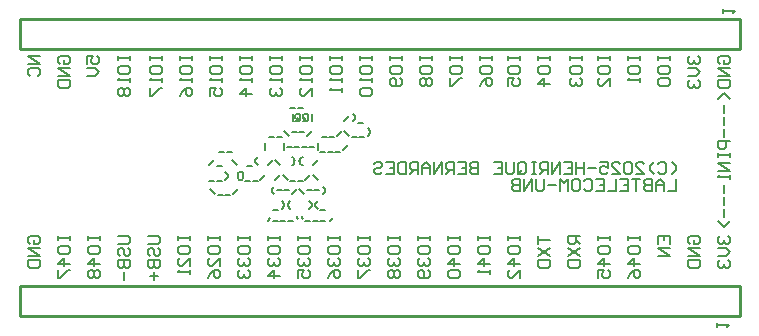
<source format=gbo>
G04*
G04 #@! TF.GenerationSoftware,Altium Limited,Altium Designer,25.8.1 (18)*
G04*
G04 Layer_Color=32896*
%FSLAX25Y25*%
%MOIN*%
G70*
G04*
G04 #@! TF.SameCoordinates,507DAA70-145D-422E-80CD-167F3C6471A6*
G04*
G04*
G04 #@! TF.FilePolarity,Positive*
G04*
G01*
G75*
%ADD11C,0.00600*%
%ADD58C,0.01000*%
%ADD80C,0.00800*%
D11*
X123907Y69945D02*
X122241D01*
X121408D02*
X119742D01*
X143901Y65089D02*
X142235D01*
X140569Y65505D02*
X141402Y66338D01*
Y67172D01*
X140569Y68005D01*
X137653Y65505D02*
X139319Y67172D01*
X126823Y68005D02*
Y65505D01*
X124324Y66338D02*
Y66755D01*
X124740D01*
Y66338D01*
X124324D01*
X123907Y66755D01*
Y67588D01*
X124324Y68005D01*
X125157D01*
X125573Y67588D01*
Y65922D01*
X125157Y65505D01*
X123907D01*
X121825Y66338D02*
Y66755D01*
X122241D01*
Y66338D01*
X121825D01*
X121408Y66755D01*
Y67588D01*
X121825Y68005D01*
X122658D01*
X123074Y67588D01*
Y65922D01*
X122658Y65505D01*
X121408D01*
X120575Y68005D02*
Y65505D01*
X145567Y60650D02*
X146400Y61483D01*
Y62316D01*
X145567Y63149D01*
X144317Y60233D02*
X142651D01*
X141818D02*
X140152D01*
X139319Y60650D02*
X137653Y62316D01*
X135154Y60650D02*
X136820Y62316D01*
X134321Y60233D02*
X132654D01*
X131821D02*
X130155D01*
X125157Y60650D02*
X126823Y62316D01*
X124324Y61900D02*
X122658D01*
X121825D02*
X120159D01*
X119325Y60650D02*
X117659Y62316D01*
X116826Y60233D02*
X115160D01*
X114327D02*
X112661D01*
X137236Y55794D02*
X138902Y57460D01*
X136403Y55378D02*
X134737D01*
X133904D02*
X132238D01*
X131405D02*
X129739D01*
X128906Y58293D02*
Y55794D01*
X127656Y57044D02*
X125990D01*
X125157D02*
X123491D01*
X122658D02*
X120992D01*
X120159D02*
X118492D01*
X117659Y58293D02*
Y55794D01*
X111411Y58293D02*
Y55794D01*
X100165Y55378D02*
X98499D01*
X97666D02*
X96000D01*
X127240Y50939D02*
X128906Y52605D01*
X123907Y53438D02*
X123491D01*
X123074Y53021D01*
Y52605D01*
X122658Y52188D01*
X123074Y51772D01*
Y51355D01*
X123491Y50939D01*
X123907D01*
X120159Y53438D02*
X120575D01*
X120992Y53021D01*
Y52605D01*
X121408Y52188D01*
X120992Y51772D01*
Y51355D01*
X120575Y50939D01*
X120159D01*
X116410D02*
X114744Y52605D01*
X112244Y50939D02*
X113910Y52605D01*
X108912Y50939D02*
X108079Y51772D01*
Y52605D01*
X108912Y53438D01*
X106830Y50522D02*
X105163D01*
X101831Y50939D02*
X100165Y52605D01*
X96833Y50522D02*
X95167D01*
X92667Y50939D02*
X94333Y52605D01*
X128906Y46083D02*
X127240Y47749D01*
X124740Y46083D02*
X126407Y47749D01*
X123907Y45667D02*
X122241D01*
X121408D02*
X119742D01*
X118909Y46083D02*
X117243Y47749D01*
X114744Y46083D02*
X116410Y47749D01*
X109745Y46083D02*
X111411Y47749D01*
X108912Y45667D02*
X107246D01*
X106413D02*
X104747D01*
X102664Y48582D02*
X103497D01*
X103914Y48166D01*
Y46500D01*
X103497Y46083D01*
X102664D01*
X102248Y46500D01*
Y48166D01*
X102664Y48582D01*
X98082Y46083D02*
X98915Y46916D01*
Y47749D01*
X98082Y48582D01*
X96833Y45667D02*
X95167D01*
X94333D02*
X92667D01*
X130572Y41228D02*
X131405Y42061D01*
Y42894D01*
X130572Y43727D01*
X129322Y42477D02*
X127656D01*
X126823D02*
X125157D01*
X124324Y41228D02*
X122658Y42894D01*
X120159Y41228D02*
X121825Y42894D01*
X119325Y42477D02*
X117659D01*
X116826D02*
X115160D01*
X114327Y41228D02*
X113494Y42061D01*
Y42894D01*
X114327Y43727D01*
X100582Y41228D02*
X102248Y42894D01*
X99748Y40811D02*
X98082D01*
X97249D02*
X95583D01*
X94750Y41228D02*
X93084Y42894D01*
X131405Y35956D02*
X129739D01*
X128906Y36372D02*
X128073Y37205D01*
Y38038D01*
X128906Y38871D01*
X125990Y36372D02*
X126823Y37205D01*
Y38038D01*
X125990Y38871D01*
X119742Y36372D02*
X118909Y37205D01*
Y38038D01*
X119742Y38871D01*
X116826Y36372D02*
X117659Y37205D01*
Y38038D01*
X116826Y38871D01*
X115577Y35956D02*
X113910D01*
X133904Y33183D02*
X133071Y32350D01*
X131405D02*
X129739D01*
X128906D02*
X127240D01*
X126407D02*
X124740D01*
X123491Y34016D02*
Y33183D01*
X123907Y32766D01*
X121825Y34016D02*
Y33183D01*
X122241Y32766D01*
X120575Y32350D02*
X118909D01*
X118076D02*
X116410D01*
X115577D02*
X113910D01*
X113077Y33183D02*
X112244Y32350D01*
X266400Y72901D02*
X264401Y74900D01*
X262401Y72901D01*
X264401Y70901D02*
Y68235D01*
Y66903D02*
Y64237D01*
Y62904D02*
Y60238D01*
X266400Y58905D02*
X262401D01*
Y56906D01*
X263068Y56239D01*
X264401D01*
X265067Y56906D01*
Y58905D01*
X262401Y54906D02*
Y53574D01*
Y54240D01*
X266400D01*
Y54906D01*
Y53574D01*
Y51574D02*
X262401D01*
X266400Y48908D01*
X262401D01*
X266400Y47576D02*
Y46243D01*
Y46909D01*
X262401D01*
X263068Y47576D01*
X264401Y44243D02*
Y41577D01*
Y40244D02*
Y37579D01*
Y36246D02*
Y33580D01*
X266400Y32247D02*
X264401Y30248D01*
X262401Y32247D01*
X102401Y27400D02*
Y26067D01*
Y26734D01*
X106400D01*
Y27400D01*
Y26067D01*
X102401Y22068D02*
Y23401D01*
X103068Y24068D01*
X105734D01*
X106400Y23401D01*
Y22068D01*
X105734Y21402D01*
X103068D01*
X102401Y22068D01*
X103068Y20069D02*
X102401Y19403D01*
Y18070D01*
X103068Y17403D01*
X103734D01*
X104401Y18070D01*
Y18736D01*
Y18070D01*
X105067Y17403D01*
X105734D01*
X106400Y18070D01*
Y19403D01*
X105734Y20069D01*
X103068Y16070D02*
X102401Y15404D01*
Y14071D01*
X103068Y13405D01*
X103734D01*
X104401Y14071D01*
Y14737D01*
Y14071D01*
X105067Y13405D01*
X105734D01*
X106400Y14071D01*
Y15404D01*
X105734Y16070D01*
X72401Y27400D02*
X75734D01*
X76400Y26734D01*
Y25401D01*
X75734Y24734D01*
X72401D01*
X73068Y20735D02*
X72401Y21402D01*
Y22735D01*
X73068Y23401D01*
X73734D01*
X74401Y22735D01*
Y21402D01*
X75067Y20735D01*
X75734D01*
X76400Y21402D01*
Y22735D01*
X75734Y23401D01*
X72401Y19403D02*
X76400D01*
Y17403D01*
X75734Y16737D01*
X75067D01*
X74401Y17403D01*
Y19403D01*
Y17403D01*
X73734Y16737D01*
X73068D01*
X72401Y17403D01*
Y19403D01*
X74401Y15404D02*
Y12738D01*
X73068Y14071D02*
X75734D01*
X82401Y27400D02*
Y26067D01*
Y26734D01*
X86400D01*
Y27400D01*
Y26067D01*
X82401Y22068D02*
Y23401D01*
X83068Y24068D01*
X85734D01*
X86400Y23401D01*
Y22068D01*
X85734Y21402D01*
X83068D01*
X82401Y22068D01*
X86400Y17403D02*
Y20069D01*
X83734Y17403D01*
X83068D01*
X82401Y18070D01*
Y19403D01*
X83068Y20069D01*
X86400Y16070D02*
Y14737D01*
Y15404D01*
X82401D01*
X83068Y16070D01*
X92401Y27400D02*
Y26067D01*
Y26734D01*
X96400D01*
Y27400D01*
Y26067D01*
X92401Y22068D02*
Y23401D01*
X93068Y24068D01*
X95734D01*
X96400Y23401D01*
Y22068D01*
X95734Y21402D01*
X93068D01*
X92401Y22068D01*
X96400Y17403D02*
Y20069D01*
X93734Y17403D01*
X93068D01*
X92401Y18070D01*
Y19403D01*
X93068Y20069D01*
X92401Y13405D02*
X93068Y14737D01*
X94401Y16070D01*
X95734D01*
X96400Y15404D01*
Y14071D01*
X95734Y13405D01*
X95067D01*
X94401Y14071D01*
Y16070D01*
X62401Y27400D02*
X65734D01*
X66400Y26734D01*
Y25401D01*
X65734Y24734D01*
X62401D01*
X63068Y20735D02*
X62401Y21402D01*
Y22735D01*
X63068Y23401D01*
X63734D01*
X64401Y22735D01*
Y21402D01*
X65067Y20735D01*
X65734D01*
X66400Y21402D01*
Y22735D01*
X65734Y23401D01*
X62401Y19403D02*
X66400D01*
Y17403D01*
X65734Y16737D01*
X65067D01*
X64401Y17403D01*
Y19403D01*
Y17403D01*
X63734Y16737D01*
X63068D01*
X62401Y17403D01*
Y19403D01*
X64401Y15404D02*
Y12738D01*
X52401Y27400D02*
Y26067D01*
Y26734D01*
X56400D01*
Y27400D01*
Y26067D01*
X52401Y22068D02*
Y23401D01*
X53068Y24068D01*
X55734D01*
X56400Y23401D01*
Y22068D01*
X55734Y21402D01*
X53068D01*
X52401Y22068D01*
X56400Y18070D02*
X52401D01*
X54401Y20069D01*
Y17403D01*
X53068Y16070D02*
X52401Y15404D01*
Y14071D01*
X53068Y13405D01*
X53734D01*
X54401Y14071D01*
X55067Y13405D01*
X55734D01*
X56400Y14071D01*
Y15404D01*
X55734Y16070D01*
X55067D01*
X54401Y15404D01*
X53734Y16070D01*
X53068D01*
X54401Y15404D02*
Y14071D01*
X42401Y27400D02*
Y26067D01*
Y26734D01*
X46400D01*
Y27400D01*
Y26067D01*
X42401Y22068D02*
Y23401D01*
X43068Y24068D01*
X45734D01*
X46400Y23401D01*
Y22068D01*
X45734Y21402D01*
X43068D01*
X42401Y22068D01*
X46400Y18070D02*
X42401D01*
X44401Y20069D01*
Y17403D01*
X42401Y16070D02*
Y13405D01*
X43068D01*
X45734Y16070D01*
X46400D01*
X33068Y24734D02*
X32401Y25401D01*
Y26734D01*
X33068Y27400D01*
X35734D01*
X36400Y26734D01*
Y25401D01*
X35734Y24734D01*
X34401D01*
Y26067D01*
X36400Y23401D02*
X32401D01*
X36400Y20735D01*
X32401D01*
Y19403D02*
X36400D01*
Y17403D01*
X35734Y16737D01*
X33068D01*
X32401Y17403D01*
Y19403D01*
X152401Y27400D02*
Y26067D01*
Y26734D01*
X156400D01*
Y27400D01*
Y26067D01*
X152401Y22068D02*
Y23401D01*
X153068Y24068D01*
X155734D01*
X156400Y23401D01*
Y22068D01*
X155734Y21402D01*
X153068D01*
X152401Y22068D01*
X153068Y20069D02*
X152401Y19403D01*
Y18070D01*
X153068Y17403D01*
X153734D01*
X154401Y18070D01*
Y18736D01*
Y18070D01*
X155067Y17403D01*
X155734D01*
X156400Y18070D01*
Y19403D01*
X155734Y20069D01*
X153068Y16070D02*
X152401Y15404D01*
Y14071D01*
X153068Y13405D01*
X153734D01*
X154401Y14071D01*
X155067Y13405D01*
X155734D01*
X156400Y14071D01*
Y15404D01*
X155734Y16070D01*
X155067D01*
X154401Y15404D01*
X153734Y16070D01*
X153068D01*
X154401Y15404D02*
Y14071D01*
X162401Y27400D02*
Y26067D01*
Y26734D01*
X166400D01*
Y27400D01*
Y26067D01*
X162401Y22068D02*
Y23401D01*
X163068Y24068D01*
X165734D01*
X166400Y23401D01*
Y22068D01*
X165734Y21402D01*
X163068D01*
X162401Y22068D01*
X163068Y20069D02*
X162401Y19403D01*
Y18070D01*
X163068Y17403D01*
X163734D01*
X164401Y18070D01*
Y18736D01*
Y18070D01*
X165067Y17403D01*
X165734D01*
X166400Y18070D01*
Y19403D01*
X165734Y20069D01*
Y16070D02*
X166400Y15404D01*
Y14071D01*
X165734Y13405D01*
X163068D01*
X162401Y14071D01*
Y15404D01*
X163068Y16070D01*
X163734D01*
X164401Y15404D01*
Y13405D01*
X172401Y27400D02*
Y26067D01*
Y26734D01*
X176400D01*
Y27400D01*
Y26067D01*
X172401Y22068D02*
Y23401D01*
X173068Y24068D01*
X175733D01*
X176400Y23401D01*
Y22068D01*
X175733Y21402D01*
X173068D01*
X172401Y22068D01*
X176400Y18070D02*
X172401D01*
X174401Y20069D01*
Y17403D01*
X173068Y16070D02*
X172401Y15404D01*
Y14071D01*
X173068Y13405D01*
X175733D01*
X176400Y14071D01*
Y15404D01*
X175733Y16070D01*
X173068D01*
X182401Y27400D02*
Y26067D01*
Y26734D01*
X186400D01*
Y27400D01*
Y26067D01*
X182401Y22068D02*
Y23401D01*
X183068Y24068D01*
X185733D01*
X186400Y23401D01*
Y22068D01*
X185733Y21402D01*
X183068D01*
X182401Y22068D01*
X186400Y18070D02*
X182401D01*
X184401Y20069D01*
Y17403D01*
X186400Y16070D02*
Y14737D01*
Y15404D01*
X182401D01*
X183068Y16070D01*
X142401Y27400D02*
Y26067D01*
Y26734D01*
X146400D01*
Y27400D01*
Y26067D01*
X142401Y22068D02*
Y23401D01*
X143068Y24068D01*
X145733D01*
X146400Y23401D01*
Y22068D01*
X145733Y21402D01*
X143068D01*
X142401Y22068D01*
X143068Y20069D02*
X142401Y19403D01*
Y18070D01*
X143068Y17403D01*
X143734D01*
X144401Y18070D01*
Y18736D01*
Y18070D01*
X145067Y17403D01*
X145733D01*
X146400Y18070D01*
Y19403D01*
X145733Y20069D01*
X142401Y16070D02*
Y13405D01*
X143068D01*
X145733Y16070D01*
X146400D01*
X132401Y27400D02*
Y26067D01*
Y26734D01*
X136400D01*
Y27400D01*
Y26067D01*
X132401Y22068D02*
Y23401D01*
X133068Y24068D01*
X135733D01*
X136400Y23401D01*
Y22068D01*
X135733Y21402D01*
X133068D01*
X132401Y22068D01*
X133068Y20069D02*
X132401Y19403D01*
Y18070D01*
X133068Y17403D01*
X133734D01*
X134401Y18070D01*
Y18736D01*
Y18070D01*
X135067Y17403D01*
X135733D01*
X136400Y18070D01*
Y19403D01*
X135733Y20069D01*
X132401Y13405D02*
X133068Y14737D01*
X134401Y16070D01*
X135733D01*
X136400Y15404D01*
Y14071D01*
X135733Y13405D01*
X135067D01*
X134401Y14071D01*
Y16070D01*
X122401Y27400D02*
Y26067D01*
Y26734D01*
X126400D01*
Y27400D01*
Y26067D01*
X122401Y22068D02*
Y23401D01*
X123068Y24068D01*
X125733D01*
X126400Y23401D01*
Y22068D01*
X125733Y21402D01*
X123068D01*
X122401Y22068D01*
X123068Y20069D02*
X122401Y19403D01*
Y18070D01*
X123068Y17403D01*
X123734D01*
X124401Y18070D01*
Y18736D01*
Y18070D01*
X125067Y17403D01*
X125733D01*
X126400Y18070D01*
Y19403D01*
X125733Y20069D01*
X122401Y13405D02*
Y16070D01*
X124401D01*
X123734Y14737D01*
Y14071D01*
X124401Y13405D01*
X125733D01*
X126400Y14071D01*
Y15404D01*
X125733Y16070D01*
X112401Y27400D02*
Y26067D01*
Y26734D01*
X116400D01*
Y27400D01*
Y26067D01*
X112401Y22068D02*
Y23401D01*
X113068Y24068D01*
X115734D01*
X116400Y23401D01*
Y22068D01*
X115734Y21402D01*
X113068D01*
X112401Y22068D01*
X113068Y20069D02*
X112401Y19403D01*
Y18070D01*
X113068Y17403D01*
X113734D01*
X114401Y18070D01*
Y18736D01*
Y18070D01*
X115067Y17403D01*
X115734D01*
X116400Y18070D01*
Y19403D01*
X115734Y20069D01*
X116400Y14071D02*
X112401D01*
X114401Y16070D01*
Y13405D01*
X192401Y27400D02*
Y26067D01*
Y26734D01*
X196400D01*
Y27400D01*
Y26067D01*
X192401Y22068D02*
Y23401D01*
X193068Y24068D01*
X195733D01*
X196400Y23401D01*
Y22068D01*
X195733Y21402D01*
X193068D01*
X192401Y22068D01*
X196400Y18070D02*
X192401D01*
X194401Y20069D01*
Y17403D01*
X196400Y13405D02*
Y16070D01*
X193734Y13405D01*
X193068D01*
X192401Y14071D01*
Y15404D01*
X193068Y16070D01*
X202401Y27400D02*
Y24734D01*
Y26067D01*
X206400D01*
X202401Y23401D02*
X206400Y20735D01*
X202401D02*
X206400Y23401D01*
X202401Y19403D02*
X206400D01*
Y17403D01*
X205734Y16737D01*
X203068D01*
X202401Y17403D01*
Y19403D01*
X216400Y27400D02*
X212401D01*
Y25401D01*
X213068Y24734D01*
X214401D01*
X215067Y25401D01*
Y27400D01*
Y26067D02*
X216400Y24734D01*
X212401Y23401D02*
X216400Y20735D01*
X212401D02*
X216400Y23401D01*
X212401Y19403D02*
X216400D01*
Y17403D01*
X215734Y16737D01*
X213068D01*
X212401Y17403D01*
Y19403D01*
X222401Y27400D02*
Y26067D01*
Y26734D01*
X226400D01*
Y27400D01*
Y26067D01*
X222401Y22068D02*
Y23401D01*
X223068Y24068D01*
X225734D01*
X226400Y23401D01*
Y22068D01*
X225734Y21402D01*
X223068D01*
X222401Y22068D01*
X226400Y18070D02*
X222401D01*
X224401Y20069D01*
Y17403D01*
X222401Y13405D02*
Y16070D01*
X224401D01*
X223734Y14737D01*
Y14071D01*
X224401Y13405D01*
X225734D01*
X226400Y14071D01*
Y15404D01*
X225734Y16070D01*
X263068Y27400D02*
X262401Y26734D01*
Y25401D01*
X263068Y24734D01*
X263734D01*
X264401Y25401D01*
Y26067D01*
Y25401D01*
X265067Y24734D01*
X265734D01*
X266400Y25401D01*
Y26734D01*
X265734Y27400D01*
X262401Y23401D02*
X265067D01*
X266400Y22068D01*
X265067Y20735D01*
X262401D01*
X263068Y19403D02*
X262401Y18736D01*
Y17403D01*
X263068Y16737D01*
X263734D01*
X264401Y17403D01*
Y18070D01*
Y17403D01*
X265067Y16737D01*
X265734D01*
X266400Y17403D01*
Y18736D01*
X265734Y19403D01*
X253068Y24734D02*
X252401Y25401D01*
Y26734D01*
X253068Y27400D01*
X255734D01*
X256400Y26734D01*
Y25401D01*
X255734Y24734D01*
X254401D01*
Y26067D01*
X256400Y23401D02*
X252401D01*
X256400Y20735D01*
X252401D01*
Y19403D02*
X256400D01*
Y17403D01*
X255734Y16737D01*
X253068D01*
X252401Y17403D01*
Y19403D01*
X242401Y24734D02*
Y27400D01*
X246400D01*
Y24734D01*
X244401Y27400D02*
Y26067D01*
X246400Y23401D02*
X242401D01*
X246400Y20735D01*
X242401D01*
X232401Y27400D02*
Y26067D01*
Y26734D01*
X236400D01*
Y27400D01*
Y26067D01*
X232401Y22068D02*
Y23401D01*
X233068Y24068D01*
X235734D01*
X236400Y23401D01*
Y22068D01*
X235734Y21402D01*
X233068D01*
X232401Y22068D01*
X236400Y18070D02*
X232401D01*
X234401Y20069D01*
Y17403D01*
X232401Y13405D02*
X233068Y14737D01*
X234401Y16070D01*
X235734D01*
X236400Y15404D01*
Y14071D01*
X235734Y13405D01*
X235067D01*
X234401Y14071D01*
Y16070D01*
X36400Y87400D02*
X32401D01*
X36400Y84734D01*
X32401D01*
X33068Y80735D02*
X32401Y81402D01*
Y82735D01*
X33068Y83401D01*
X35734D01*
X36400Y82735D01*
Y81402D01*
X35734Y80735D01*
X43068Y84734D02*
X42401Y85401D01*
Y86734D01*
X43068Y87400D01*
X45733D01*
X46400Y86734D01*
Y85401D01*
X45733Y84734D01*
X44401D01*
Y86067D01*
X46400Y83401D02*
X42401D01*
X46400Y80735D01*
X42401D01*
Y79403D02*
X46400D01*
Y77403D01*
X45733Y76737D01*
X43068D01*
X42401Y77403D01*
Y79403D01*
X51944Y84734D02*
Y87400D01*
X53943D01*
X53277Y86067D01*
Y85401D01*
X53943Y84734D01*
X55276D01*
X55943Y85401D01*
Y86734D01*
X55276Y87400D01*
X51944Y83401D02*
X54610D01*
X55943Y82068D01*
X54610Y80735D01*
X51944D01*
X62401Y87400D02*
Y86067D01*
Y86734D01*
X66400D01*
Y87400D01*
Y86067D01*
X62401Y82068D02*
Y83401D01*
X63068Y84068D01*
X65734D01*
X66400Y83401D01*
Y82068D01*
X65734Y81402D01*
X63068D01*
X62401Y82068D01*
X66400Y80069D02*
Y78736D01*
Y79403D01*
X62401D01*
X63068Y80069D01*
Y76737D02*
X62401Y76070D01*
Y74737D01*
X63068Y74071D01*
X63734D01*
X64401Y74737D01*
X65067Y74071D01*
X65734D01*
X66400Y74737D01*
Y76070D01*
X65734Y76737D01*
X65067D01*
X64401Y76070D01*
X63734Y76737D01*
X63068D01*
X64401Y76070D02*
Y74737D01*
X112901Y87400D02*
Y86067D01*
Y86734D01*
X116900D01*
Y87400D01*
Y86067D01*
X112901Y82068D02*
Y83401D01*
X113568Y84068D01*
X116234D01*
X116900Y83401D01*
Y82068D01*
X116234Y81402D01*
X113568D01*
X112901Y82068D01*
X116900Y80069D02*
Y78736D01*
Y79403D01*
X112901D01*
X113568Y80069D01*
Y76737D02*
X112901Y76070D01*
Y74737D01*
X113568Y74071D01*
X114234D01*
X114901Y74737D01*
Y75404D01*
Y74737D01*
X115567Y74071D01*
X116234D01*
X116900Y74737D01*
Y76070D01*
X116234Y76737D01*
X102901Y87400D02*
Y86067D01*
Y86734D01*
X106900D01*
Y87400D01*
Y86067D01*
X102901Y82068D02*
Y83401D01*
X103568Y84068D01*
X106234D01*
X106900Y83401D01*
Y82068D01*
X106234Y81402D01*
X103568D01*
X102901Y82068D01*
X106900Y80069D02*
Y78736D01*
Y79403D01*
X102901D01*
X103568Y80069D01*
X106900Y74737D02*
X102901D01*
X104901Y76737D01*
Y74071D01*
X92901Y87400D02*
Y86067D01*
Y86734D01*
X96900D01*
Y87400D01*
Y86067D01*
X92901Y82068D02*
Y83401D01*
X93568Y84068D01*
X96234D01*
X96900Y83401D01*
Y82068D01*
X96234Y81402D01*
X93568D01*
X92901Y82068D01*
X96900Y80069D02*
Y78736D01*
Y79403D01*
X92901D01*
X93568Y80069D01*
X92901Y74071D02*
Y76737D01*
X94901D01*
X94234Y75404D01*
Y74737D01*
X94901Y74071D01*
X96234D01*
X96900Y74737D01*
Y76070D01*
X96234Y76737D01*
X82901Y87400D02*
Y86067D01*
Y86734D01*
X86900D01*
Y87400D01*
Y86067D01*
X82901Y82068D02*
Y83401D01*
X83568Y84068D01*
X86234D01*
X86900Y83401D01*
Y82068D01*
X86234Y81402D01*
X83568D01*
X82901Y82068D01*
X86900Y80069D02*
Y78736D01*
Y79403D01*
X82901D01*
X83568Y80069D01*
X82901Y74071D02*
X83568Y75404D01*
X84901Y76737D01*
X86234D01*
X86900Y76070D01*
Y74737D01*
X86234Y74071D01*
X85567D01*
X84901Y74737D01*
Y76737D01*
X72901Y87400D02*
Y86067D01*
Y86734D01*
X76900D01*
Y87400D01*
Y86067D01*
X72901Y82068D02*
Y83401D01*
X73568Y84068D01*
X76234D01*
X76900Y83401D01*
Y82068D01*
X76234Y81402D01*
X73568D01*
X72901Y82068D01*
X76900Y80069D02*
Y78736D01*
Y79403D01*
X72901D01*
X73568Y80069D01*
X72901Y76737D02*
Y74071D01*
X73568D01*
X76234Y76737D01*
X76900D01*
X162901Y87400D02*
Y86067D01*
Y86734D01*
X166900D01*
Y87400D01*
Y86067D01*
X162901Y82068D02*
Y83401D01*
X163568Y84068D01*
X166234D01*
X166900Y83401D01*
Y82068D01*
X166234Y81402D01*
X163568D01*
X162901Y82068D01*
X163568Y80069D02*
X162901Y79403D01*
Y78070D01*
X163568Y77403D01*
X164234D01*
X164901Y78070D01*
X165567Y77403D01*
X166234D01*
X166900Y78070D01*
Y79403D01*
X166234Y80069D01*
X165567D01*
X164901Y79403D01*
X164234Y80069D01*
X163568D01*
X164901Y79403D02*
Y78070D01*
X152901Y87400D02*
Y86067D01*
Y86734D01*
X156900D01*
Y87400D01*
Y86067D01*
X152901Y82068D02*
Y83401D01*
X153568Y84068D01*
X156234D01*
X156900Y83401D01*
Y82068D01*
X156234Y81402D01*
X153568D01*
X152901Y82068D01*
X156234Y80069D02*
X156900Y79403D01*
Y78070D01*
X156234Y77403D01*
X153568D01*
X152901Y78070D01*
Y79403D01*
X153568Y80069D01*
X154234D01*
X154901Y79403D01*
Y77403D01*
X142901Y87400D02*
Y86067D01*
Y86734D01*
X146900D01*
Y87400D01*
Y86067D01*
X142901Y82068D02*
Y83401D01*
X143568Y84068D01*
X146233D01*
X146900Y83401D01*
Y82068D01*
X146233Y81402D01*
X143568D01*
X142901Y82068D01*
X146900Y80069D02*
Y78736D01*
Y79403D01*
X142901D01*
X143568Y80069D01*
Y76737D02*
X142901Y76070D01*
Y74737D01*
X143568Y74071D01*
X146233D01*
X146900Y74737D01*
Y76070D01*
X146233Y76737D01*
X143568D01*
X132901Y87400D02*
Y86067D01*
Y86734D01*
X136900D01*
Y87400D01*
Y86067D01*
X132901Y82068D02*
Y83401D01*
X133568Y84068D01*
X136233D01*
X136900Y83401D01*
Y82068D01*
X136233Y81402D01*
X133568D01*
X132901Y82068D01*
X136900Y80069D02*
Y78736D01*
Y79403D01*
X132901D01*
X133568Y80069D01*
X136900Y76737D02*
Y75404D01*
Y76070D01*
X132901D01*
X133568Y76737D01*
X122901Y87400D02*
Y86067D01*
Y86734D01*
X126900D01*
Y87400D01*
Y86067D01*
X122901Y82068D02*
Y83401D01*
X123568Y84068D01*
X126233D01*
X126900Y83401D01*
Y82068D01*
X126233Y81402D01*
X123568D01*
X122901Y82068D01*
X126900Y80069D02*
Y78736D01*
Y79403D01*
X122901D01*
X123568Y80069D01*
X126900Y74071D02*
Y76737D01*
X124234Y74071D01*
X123568D01*
X122901Y74737D01*
Y76070D01*
X123568Y76737D01*
X212901Y87400D02*
Y86067D01*
Y86734D01*
X216900D01*
Y87400D01*
Y86067D01*
X212901Y82068D02*
Y83401D01*
X213568Y84068D01*
X216234D01*
X216900Y83401D01*
Y82068D01*
X216234Y81402D01*
X213568D01*
X212901Y82068D01*
X213568Y80069D02*
X212901Y79403D01*
Y78070D01*
X213568Y77403D01*
X214234D01*
X214901Y78070D01*
Y78736D01*
Y78070D01*
X215567Y77403D01*
X216234D01*
X216900Y78070D01*
Y79403D01*
X216234Y80069D01*
X202401Y87400D02*
Y86067D01*
Y86734D01*
X206400D01*
Y87400D01*
Y86067D01*
X202401Y82068D02*
Y83401D01*
X203068Y84068D01*
X205734D01*
X206400Y83401D01*
Y82068D01*
X205734Y81402D01*
X203068D01*
X202401Y82068D01*
X206400Y78070D02*
X202401D01*
X204401Y80069D01*
Y77403D01*
X192401Y87400D02*
Y86067D01*
Y86734D01*
X196400D01*
Y87400D01*
Y86067D01*
X192401Y82068D02*
Y83401D01*
X193068Y84068D01*
X195733D01*
X196400Y83401D01*
Y82068D01*
X195733Y81402D01*
X193068D01*
X192401Y82068D01*
Y77403D02*
Y80069D01*
X194401D01*
X193734Y78736D01*
Y78070D01*
X194401Y77403D01*
X195733D01*
X196400Y78070D01*
Y79403D01*
X195733Y80069D01*
X182901Y87400D02*
Y86067D01*
Y86734D01*
X186900D01*
Y87400D01*
Y86067D01*
X182901Y82068D02*
Y83401D01*
X183568Y84068D01*
X186233D01*
X186900Y83401D01*
Y82068D01*
X186233Y81402D01*
X183568D01*
X182901Y82068D01*
Y77403D02*
X183568Y78736D01*
X184901Y80069D01*
X186233D01*
X186900Y79403D01*
Y78070D01*
X186233Y77403D01*
X185567D01*
X184901Y78070D01*
Y80069D01*
X172901Y87400D02*
Y86067D01*
Y86734D01*
X176900D01*
Y87400D01*
Y86067D01*
X172901Y82068D02*
Y83401D01*
X173568Y84068D01*
X176233D01*
X176900Y83401D01*
Y82068D01*
X176233Y81402D01*
X173568D01*
X172901Y82068D01*
Y80069D02*
Y77403D01*
X173568D01*
X176233Y80069D01*
X176900D01*
X222401Y87400D02*
Y86067D01*
Y86734D01*
X226400D01*
Y87400D01*
Y86067D01*
X222401Y82068D02*
Y83401D01*
X223068Y84068D01*
X225734D01*
X226400Y83401D01*
Y82068D01*
X225734Y81402D01*
X223068D01*
X222401Y82068D01*
X226400Y77403D02*
Y80069D01*
X223734Y77403D01*
X223068D01*
X222401Y78070D01*
Y79403D01*
X223068Y80069D01*
X232401Y87400D02*
Y86067D01*
Y86734D01*
X236400D01*
Y87400D01*
Y86067D01*
X232401Y82068D02*
Y83401D01*
X233068Y84068D01*
X235734D01*
X236400Y83401D01*
Y82068D01*
X235734Y81402D01*
X233068D01*
X232401Y82068D01*
X236400Y80069D02*
Y78736D01*
Y79403D01*
X232401D01*
X233068Y80069D01*
X242401Y87400D02*
Y86067D01*
Y86734D01*
X246400D01*
Y87400D01*
Y86067D01*
X242401Y82068D02*
Y83401D01*
X243068Y84068D01*
X245734D01*
X246400Y83401D01*
Y82068D01*
X245734Y81402D01*
X243068D01*
X242401Y82068D01*
X243068Y80069D02*
X242401Y79403D01*
Y78070D01*
X243068Y77403D01*
X245734D01*
X246400Y78070D01*
Y79403D01*
X245734Y80069D01*
X243068D01*
X253068Y87400D02*
X252401Y86734D01*
Y85401D01*
X253068Y84734D01*
X253734D01*
X254401Y85401D01*
Y86067D01*
Y85401D01*
X255067Y84734D01*
X255734D01*
X256400Y85401D01*
Y86734D01*
X255734Y87400D01*
X252401Y83401D02*
X255067D01*
X256400Y82068D01*
X255067Y80735D01*
X252401D01*
X253068Y79403D02*
X252401Y78736D01*
Y77403D01*
X253068Y76737D01*
X253734D01*
X254401Y77403D01*
Y78070D01*
Y77403D01*
X255067Y76737D01*
X255734D01*
X256400Y77403D01*
Y78736D01*
X255734Y79403D01*
X263068Y84734D02*
X262401Y85401D01*
Y86734D01*
X263068Y87400D01*
X265734D01*
X266400Y86734D01*
Y85401D01*
X265734Y84734D01*
X264401D01*
Y86067D01*
X266400Y83401D02*
X262401D01*
X266400Y80735D01*
X262401D01*
Y79403D02*
X266400D01*
Y77403D01*
X265734Y76737D01*
X263068D01*
X262401Y77403D01*
Y79403D01*
X262000Y-3100D02*
Y-1767D01*
Y-2434D01*
X265999D01*
X265332Y-3100D01*
X264100Y101600D02*
Y102933D01*
Y102266D01*
X268099D01*
X267432Y101600D01*
D58*
X269500Y500D02*
Y10500D01*
X29500D02*
X269500D01*
X29500Y500D02*
Y10500D01*
Y500D02*
X269500D01*
Y89500D02*
Y99500D01*
X29500D02*
X269500D01*
X29500Y89500D02*
Y99500D01*
Y89500D02*
X269500D01*
D80*
X246867Y47800D02*
X248200Y49133D01*
Y50466D01*
X246867Y51799D01*
X242202Y51132D02*
X242868Y51799D01*
X244201D01*
X244868Y51132D01*
Y48466D01*
X244201Y47800D01*
X242868D01*
X242202Y48466D01*
X240869Y47800D02*
X239536Y49133D01*
Y50466D01*
X240869Y51799D01*
X234871Y47800D02*
X237537D01*
X234871Y50466D01*
Y51132D01*
X235537Y51799D01*
X236870D01*
X237537Y51132D01*
X233538D02*
X232872Y51799D01*
X231539D01*
X230872Y51132D01*
Y48466D01*
X231539Y47800D01*
X232872D01*
X233538Y48466D01*
Y51132D01*
X226873Y47800D02*
X229539D01*
X226873Y50466D01*
Y51132D01*
X227540Y51799D01*
X228873D01*
X229539Y51132D01*
X222875Y51799D02*
X225541D01*
Y49799D01*
X224208Y50466D01*
X223541D01*
X222875Y49799D01*
Y48466D01*
X223541Y47800D01*
X224874D01*
X225541Y48466D01*
X221542Y49799D02*
X218876D01*
X217543Y51799D02*
Y47800D01*
Y49799D01*
X214877D01*
Y51799D01*
Y47800D01*
X210879Y51799D02*
X213545D01*
Y47800D01*
X210879D01*
X213545Y49799D02*
X212212D01*
X209546Y47800D02*
Y51799D01*
X206880Y47800D01*
Y51799D01*
X205547Y47800D02*
Y51799D01*
X203548D01*
X202881Y51132D01*
Y49799D01*
X203548Y49133D01*
X205547D01*
X204214D02*
X202881Y47800D01*
X201548Y51799D02*
X200216D01*
X200882D01*
Y47800D01*
X201548D01*
X200216D01*
X195550Y48466D02*
Y51132D01*
X196217Y51799D01*
X197550D01*
X198216Y51132D01*
Y48466D01*
X197550Y47800D01*
X196217D01*
X196883Y49133D02*
X195550Y47800D01*
X196217D02*
X195550Y48466D01*
X194217Y51799D02*
Y48466D01*
X193551Y47800D01*
X192218D01*
X191552Y48466D01*
Y51799D01*
X187553D02*
X190219D01*
Y47800D01*
X187553D01*
X190219Y49799D02*
X188886D01*
X182221Y51799D02*
Y47800D01*
X180222D01*
X179555Y48466D01*
Y49133D01*
X180222Y49799D01*
X182221D01*
X180222D01*
X179555Y50466D01*
Y51132D01*
X180222Y51799D01*
X182221D01*
X175557D02*
X178223D01*
Y47800D01*
X175557D01*
X178223Y49799D02*
X176890D01*
X174224Y47800D02*
Y51799D01*
X172224D01*
X171558Y51132D01*
Y49799D01*
X172224Y49133D01*
X174224D01*
X172891D02*
X171558Y47800D01*
X170225D02*
Y51799D01*
X167559Y47800D01*
Y51799D01*
X166226Y47800D02*
Y50466D01*
X164893Y51799D01*
X163561Y50466D01*
Y47800D01*
Y49799D01*
X166226D01*
X162228Y47800D02*
Y51799D01*
X160228D01*
X159562Y51132D01*
Y49799D01*
X160228Y49133D01*
X162228D01*
X160895D02*
X159562Y47800D01*
X158229Y51799D02*
Y47800D01*
X156230D01*
X155563Y48466D01*
Y51132D01*
X156230Y51799D01*
X158229D01*
X151565D02*
X154230D01*
Y47800D01*
X151565D01*
X154230Y49799D02*
X152897D01*
X147566Y51132D02*
X148232Y51799D01*
X149565D01*
X150232Y51132D01*
Y50466D01*
X149565Y49799D01*
X148232D01*
X147566Y49133D01*
Y48466D01*
X148232Y47800D01*
X149565D01*
X150232Y48466D01*
X248200Y46299D02*
Y42300D01*
X245534D01*
X244201D02*
Y44966D01*
X242868Y46299D01*
X241535Y44966D01*
Y42300D01*
Y44299D01*
X244201D01*
X240203Y46299D02*
Y42300D01*
X238203D01*
X237537Y42966D01*
Y43633D01*
X238203Y44299D01*
X240203D01*
X238203D01*
X237537Y44966D01*
Y45632D01*
X238203Y46299D01*
X240203D01*
X236204D02*
X233538D01*
X234871D01*
Y42300D01*
X229539Y46299D02*
X232205D01*
Y42300D01*
X229539D01*
X232205Y44299D02*
X230872D01*
X228206Y46299D02*
Y42300D01*
X225541D01*
X221542Y46299D02*
X224208D01*
Y42300D01*
X221542D01*
X224208Y44299D02*
X222875D01*
X217543Y45632D02*
X218210Y46299D01*
X219543D01*
X220209Y45632D01*
Y42966D01*
X219543Y42300D01*
X218210D01*
X217543Y42966D01*
X214211Y46299D02*
X215544D01*
X216210Y45632D01*
Y42966D01*
X215544Y42300D01*
X214211D01*
X213545Y42966D01*
Y45632D01*
X214211Y46299D01*
X212212Y42300D02*
Y46299D01*
X210879Y44966D01*
X209546Y46299D01*
Y42300D01*
X208213Y44299D02*
X205547D01*
X204214Y46299D02*
Y42966D01*
X203548Y42300D01*
X202215D01*
X201548Y42966D01*
Y46299D01*
X200216Y42300D02*
Y46299D01*
X197550Y42300D01*
Y46299D01*
X196217D02*
Y42300D01*
X194217D01*
X193551Y42966D01*
Y43633D01*
X194217Y44299D01*
X196217D01*
X194217D01*
X193551Y44966D01*
Y45632D01*
X194217Y46299D01*
X196217D01*
M02*

</source>
